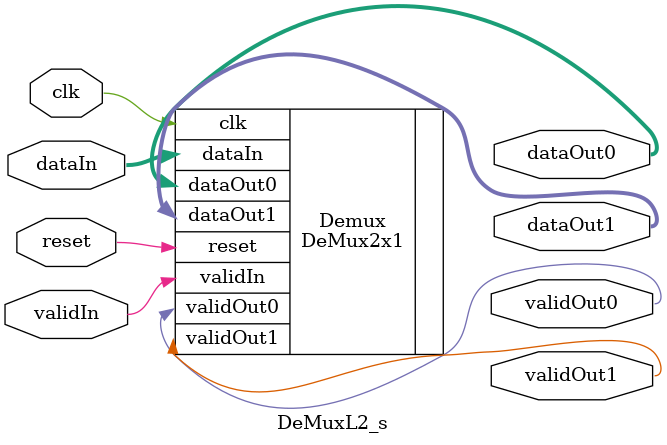
<source format=v>
/* Generated by Yosys 0.9 (git sha1 1979e0b) */

(* src = "DeMux2x1.v:1" *)
module DeMux2x1_L2(dataOut0, dataOut1, validOut0, validOut1, dataIn, validIn, clk, reset);
  (* src = "DeMux2x1.v:43" *)
  wire [7:0] _000_;
  (* src = "DeMux2x1.v:60" *)
  wire [7:0] _001_;
  (* src = "DeMux2x1.v:18" *)
  wire _002_;
  (* src = "DeMux2x1.v:43" *)
  wire _003_;
  (* src = "DeMux2x1.v:60" *)
  wire _004_;
  wire _005_;
  wire _006_;
  wire _007_;
  wire _008_;
  wire _009_;
  wire _010_;
  wire _011_;
  wire _012_;
  wire _013_;
  wire _014_;
  wire _015_;
  wire _016_;
  wire _017_;
  wire _018_;
  wire _019_;
  wire _020_;
  wire _021_;
  wire _022_;
  wire _023_;
  wire _024_;
  wire _025_;
  wire _026_;
  wire _027_;
  wire _028_;
  wire _029_;
  wire _030_;
  wire _031_;
  wire _032_;
  wire _033_;
  wire _034_;
  wire _035_;
  wire _036_;
  wire _037_;
  wire _038_;
  wire _039_;
  wire _040_;
  wire _041_;
  wire _042_;
  wire _043_;
  wire _044_;
  wire _045_;
  wire _046_;
  wire _047_;
  wire _048_;
  wire _049_;
  wire _050_;
  wire _051_;
  wire _052_;
  wire _053_;
  wire _054_;
  wire _055_;
  wire _056_;
  wire _057_;
  wire _058_;
  wire _059_;
  wire _060_;
  wire _061_;
  wire _062_;
  wire _063_;
  wire _064_;
  wire _065_;
  wire _066_;
  wire _067_;
  wire _068_;
  wire _069_;
  wire _070_;
  wire _071_;
  wire _072_;
  (* src = "DeMux2x1.v:9" *)
  input clk;
  (* src = "DeMux2x1.v:6" *)
  input [7:0] dataIn;
  (* src = "DeMux2x1.v:2" *)
  output [7:0] dataOut0;
  (* src = "DeMux2x1.v:3" *)
  output [7:0] dataOut1;
  (* init = 8'h00 *)
  (* src = "DeMux2x1.v:12" *)
  (* unused_bits = "0 1 2 3 4 5 6 7" *)
  wire [7:0] out0;
  (* init = 8'h00 *)
  (* src = "DeMux2x1.v:13" *)
  (* unused_bits = "0 1 2 3 4 5 6 7" *)
  wire [7:0] out1;
  (* src = "DeMux2x1.v:10" *)
  input reset;
  (* src = "DeMux2x1.v:16" *)
  wire selector;
  (* init = 1'h0 *)
  (* src = "DeMux2x1.v:14" *)
  (* unused_bits = "0" *)
  wire validDeMux0;
  (* init = 1'h0 *)
  (* src = "DeMux2x1.v:15" *)
  (* unused_bits = "0" *)
  wire validDeMux1;
  (* src = "DeMux2x1.v:7" *)
  input validIn;
  (* src = "DeMux2x1.v:4" *)
  output validOut0;
  (* src = "DeMux2x1.v:5" *)
  output validOut1;
  NOT _073_ (
    .A(reset),
    .Y(_031_)
  );
  NOT _074_ (
    .A(validIn),
    .Y(_032_)
  );
  NOT _075_ (
    .A(selector),
    .Y(_033_)
  );
  NOT _076_ (
    .A(dataIn[0]),
    .Y(_034_)
  );
  NOT _077_ (
    .A(dataIn[1]),
    .Y(_035_)
  );
  NOT _078_ (
    .A(dataIn[2]),
    .Y(_036_)
  );
  NOT _079_ (
    .A(dataIn[3]),
    .Y(_037_)
  );
  NOT _080_ (
    .A(dataIn[4]),
    .Y(_038_)
  );
  NOT _081_ (
    .A(dataIn[5]),
    .Y(_039_)
  );
  NOT _082_ (
    .A(dataIn[6]),
    .Y(_040_)
  );
  NOT _083_ (
    .A(dataIn[7]),
    .Y(_041_)
  );
  NOR _084_ (
    .A(validOut1),
    .B(selector),
    .Y(_042_)
  );
  NOR _085_ (
    .A(validIn),
    .B(_033_),
    .Y(_043_)
  );
  NOR _086_ (
    .A(_042_),
    .B(_043_),
    .Y(_044_)
  );
  NOR _087_ (
    .A(_032_),
    .B(_033_),
    .Y(_045_)
  );
  NOR _088_ (
    .A(dataOut1[0]),
    .B(_045_),
    .Y(_046_)
  );
  NAND _089_ (
    .A(_034_),
    .B(_045_),
    .Y(_047_)
  );
  NAND _090_ (
    .A(reset),
    .B(_047_),
    .Y(_048_)
  );
  NOR _091_ (
    .A(_046_),
    .B(_048_),
    .Y(_001_[0])
  );
  NOR _092_ (
    .A(dataOut1[1]),
    .B(_045_),
    .Y(_049_)
  );
  NAND _093_ (
    .A(_035_),
    .B(_045_),
    .Y(_050_)
  );
  NAND _094_ (
    .A(reset),
    .B(_050_),
    .Y(_051_)
  );
  NOR _095_ (
    .A(_049_),
    .B(_051_),
    .Y(_001_[1])
  );
  NOR _096_ (
    .A(dataOut1[2]),
    .B(_045_),
    .Y(_052_)
  );
  NAND _097_ (
    .A(_036_),
    .B(_045_),
    .Y(_053_)
  );
  NAND _098_ (
    .A(reset),
    .B(_053_),
    .Y(_054_)
  );
  NOR _099_ (
    .A(_052_),
    .B(_054_),
    .Y(_001_[2])
  );
  NOR _100_ (
    .A(dataOut1[3]),
    .B(_045_),
    .Y(_055_)
  );
  NAND _101_ (
    .A(_037_),
    .B(_045_),
    .Y(_056_)
  );
  NAND _102_ (
    .A(reset),
    .B(_056_),
    .Y(_057_)
  );
  NOR _103_ (
    .A(_055_),
    .B(_057_),
    .Y(_001_[3])
  );
  NOR _104_ (
    .A(dataOut1[4]),
    .B(_045_),
    .Y(_058_)
  );
  NAND _105_ (
    .A(_038_),
    .B(_045_),
    .Y(_059_)
  );
  NAND _106_ (
    .A(reset),
    .B(_059_),
    .Y(_060_)
  );
  NOR _107_ (
    .A(_058_),
    .B(_060_),
    .Y(_001_[4])
  );
  NOR _108_ (
    .A(dataOut1[5]),
    .B(_045_),
    .Y(_061_)
  );
  NAND _109_ (
    .A(_039_),
    .B(_045_),
    .Y(_062_)
  );
  NAND _110_ (
    .A(reset),
    .B(_062_),
    .Y(_063_)
  );
  NOR _111_ (
    .A(_061_),
    .B(_063_),
    .Y(_001_[5])
  );
  NOR _112_ (
    .A(dataOut1[6]),
    .B(_045_),
    .Y(_064_)
  );
  NAND _113_ (
    .A(_040_),
    .B(_045_),
    .Y(_065_)
  );
  NAND _114_ (
    .A(reset),
    .B(_065_),
    .Y(_066_)
  );
  NOR _115_ (
    .A(_064_),
    .B(_066_),
    .Y(_001_[6])
  );
  NOR _116_ (
    .A(dataOut1[7]),
    .B(_045_),
    .Y(_067_)
  );
  NAND _117_ (
    .A(_041_),
    .B(_045_),
    .Y(_068_)
  );
  NAND _118_ (
    .A(reset),
    .B(_068_),
    .Y(_069_)
  );
  NOR _119_ (
    .A(_067_),
    .B(_069_),
    .Y(_001_[7])
  );
  NOR _120_ (
    .A(_032_),
    .B(selector),
    .Y(_070_)
  );
  NAND _121_ (
    .A(reset),
    .B(selector),
    .Y(_002_)
  );
  NAND _122_ (
    .A(selector),
    .B(validOut0),
    .Y(_071_)
  );
  NOT _123_ (
    .A(_071_),
    .Y(_072_)
  );
  NOR _124_ (
    .A(_070_),
    .B(_072_),
    .Y(_005_)
  );
  NOR _125_ (
    .A(_031_),
    .B(_005_),
    .Y(_003_)
  );
  NOR _126_ (
    .A(dataOut0[0]),
    .B(_070_),
    .Y(_006_)
  );
  NAND _127_ (
    .A(_034_),
    .B(_070_),
    .Y(_007_)
  );
  NAND _128_ (
    .A(reset),
    .B(_007_),
    .Y(_008_)
  );
  NOR _129_ (
    .A(_006_),
    .B(_008_),
    .Y(_000_[0])
  );
  NOR _130_ (
    .A(dataOut0[1]),
    .B(_070_),
    .Y(_009_)
  );
  NAND _131_ (
    .A(_035_),
    .B(_070_),
    .Y(_010_)
  );
  NAND _132_ (
    .A(reset),
    .B(_010_),
    .Y(_011_)
  );
  NOR _133_ (
    .A(_009_),
    .B(_011_),
    .Y(_000_[1])
  );
  NOR _134_ (
    .A(dataOut0[2]),
    .B(_070_),
    .Y(_012_)
  );
  NAND _135_ (
    .A(_036_),
    .B(_070_),
    .Y(_013_)
  );
  NAND _136_ (
    .A(reset),
    .B(_013_),
    .Y(_014_)
  );
  NOR _137_ (
    .A(_012_),
    .B(_014_),
    .Y(_000_[2])
  );
  NOR _138_ (
    .A(dataOut0[3]),
    .B(_070_),
    .Y(_015_)
  );
  NAND _139_ (
    .A(_037_),
    .B(_070_),
    .Y(_016_)
  );
  NAND _140_ (
    .A(reset),
    .B(_016_),
    .Y(_017_)
  );
  NOR _141_ (
    .A(_015_),
    .B(_017_),
    .Y(_000_[3])
  );
  NOR _142_ (
    .A(dataOut0[4]),
    .B(_070_),
    .Y(_018_)
  );
  NAND _143_ (
    .A(_038_),
    .B(_070_),
    .Y(_019_)
  );
  NAND _144_ (
    .A(reset),
    .B(_019_),
    .Y(_020_)
  );
  NOR _145_ (
    .A(_018_),
    .B(_020_),
    .Y(_000_[4])
  );
  NOR _146_ (
    .A(dataOut0[5]),
    .B(_070_),
    .Y(_021_)
  );
  NAND _147_ (
    .A(_039_),
    .B(_070_),
    .Y(_022_)
  );
  NAND _148_ (
    .A(reset),
    .B(_022_),
    .Y(_023_)
  );
  NOR _149_ (
    .A(_021_),
    .B(_023_),
    .Y(_000_[5])
  );
  NOR _150_ (
    .A(dataOut0[6]),
    .B(_070_),
    .Y(_024_)
  );
  NAND _151_ (
    .A(_040_),
    .B(_070_),
    .Y(_025_)
  );
  NAND _152_ (
    .A(reset),
    .B(_025_),
    .Y(_026_)
  );
  NOR _153_ (
    .A(_024_),
    .B(_026_),
    .Y(_000_[6])
  );
  NOR _154_ (
    .A(dataOut0[7]),
    .B(_070_),
    .Y(_027_)
  );
  NAND _155_ (
    .A(_041_),
    .B(_070_),
    .Y(_028_)
  );
  NAND _156_ (
    .A(reset),
    .B(_028_),
    .Y(_029_)
  );
  NOR _157_ (
    .A(_027_),
    .B(_029_),
    .Y(_000_[7])
  );
  NAND _158_ (
    .A(reset),
    .B(_044_),
    .Y(_030_)
  );
  NOT _159_ (
    .A(_030_),
    .Y(_004_)
  );
  (* src = "DeMux2x1.v:60" *)
  DFF _160_ (
    .C(clk),
    .D(_001_[0]),
    .Q(dataOut1[0])
  );
  (* src = "DeMux2x1.v:60" *)
  DFF _161_ (
    .C(clk),
    .D(_001_[1]),
    .Q(dataOut1[1])
  );
  (* src = "DeMux2x1.v:60" *)
  DFF _162_ (
    .C(clk),
    .D(_001_[2]),
    .Q(dataOut1[2])
  );
  (* src = "DeMux2x1.v:60" *)
  DFF _163_ (
    .C(clk),
    .D(_001_[3]),
    .Q(dataOut1[3])
  );
  (* src = "DeMux2x1.v:60" *)
  DFF _164_ (
    .C(clk),
    .D(_001_[4]),
    .Q(dataOut1[4])
  );
  (* src = "DeMux2x1.v:60" *)
  DFF _165_ (
    .C(clk),
    .D(_001_[5]),
    .Q(dataOut1[5])
  );
  (* src = "DeMux2x1.v:60" *)
  DFF _166_ (
    .C(clk),
    .D(_001_[6]),
    .Q(dataOut1[6])
  );
  (* src = "DeMux2x1.v:60" *)
  DFF _167_ (
    .C(clk),
    .D(_001_[7]),
    .Q(dataOut1[7])
  );
  (* src = "DeMux2x1.v:60" *)
  DFF _168_ (
    .C(clk),
    .D(_004_),
    .Q(validOut1)
  );
  (* src = "DeMux2x1.v:43" *)
  DFF _169_ (
    .C(clk),
    .D(_000_[0]),
    .Q(dataOut0[0])
  );
  (* src = "DeMux2x1.v:43" *)
  DFF _170_ (
    .C(clk),
    .D(_000_[1]),
    .Q(dataOut0[1])
  );
  (* src = "DeMux2x1.v:43" *)
  DFF _171_ (
    .C(clk),
    .D(_000_[2]),
    .Q(dataOut0[2])
  );
  (* src = "DeMux2x1.v:43" *)
  DFF _172_ (
    .C(clk),
    .D(_000_[3]),
    .Q(dataOut0[3])
  );
  (* src = "DeMux2x1.v:43" *)
  DFF _173_ (
    .C(clk),
    .D(_000_[4]),
    .Q(dataOut0[4])
  );
  (* src = "DeMux2x1.v:43" *)
  DFF _174_ (
    .C(clk),
    .D(_000_[5]),
    .Q(dataOut0[5])
  );
  (* src = "DeMux2x1.v:43" *)
  DFF _175_ (
    .C(clk),
    .D(_000_[6]),
    .Q(dataOut0[6])
  );
  (* src = "DeMux2x1.v:43" *)
  DFF _176_ (
    .C(clk),
    .D(_000_[7]),
    .Q(dataOut0[7])
  );
  (* src = "DeMux2x1.v:43" *)
  DFF _177_ (
    .C(clk),
    .D(_003_),
    .Q(validOut0)
  );
  (* src = "DeMux2x1.v:18" *)
  DFF _178_ (
    .C(clk),
    .D(_002_),
    .Q(selector)
  );
endmodule

(* top =  1  *)
(* src = "DeMuxL2.v:2" *)
module DeMuxL2_s(dataOut0, dataOut1, validOut0, validOut1, dataIn, validIn, clk, reset);
  (* src = "DeMuxL2.v:10" *)
  input clk;
  (* src = "DeMuxL2.v:7" *)
  input [7:0] dataIn;
  (* src = "DeMuxL2.v:3" *)
  output [7:0] dataOut0;
  (* src = "DeMuxL2.v:4" *)
  output [7:0] dataOut1;
  (* src = "DeMuxL2.v:11" *)
  input reset;
  (* src = "DeMuxL2.v:8" *)
  input validIn;
  (* src = "DeMuxL2.v:5" *)
  output validOut0;
  (* src = "DeMuxL2.v:6" *)
  output validOut1;
  (* module_not_derived = 32'd1 *)
  (* src = "DeMuxL2.v:13" *)
  DeMux2x1 Demux (
    .clk(clk),
    .dataIn(dataIn),
    .dataOut0(dataOut0),
    .dataOut1(dataOut1),
    .reset(reset),
    .validIn(validIn),
    .validOut0(validOut0),
    .validOut1(validOut1)
  );
endmodule

</source>
